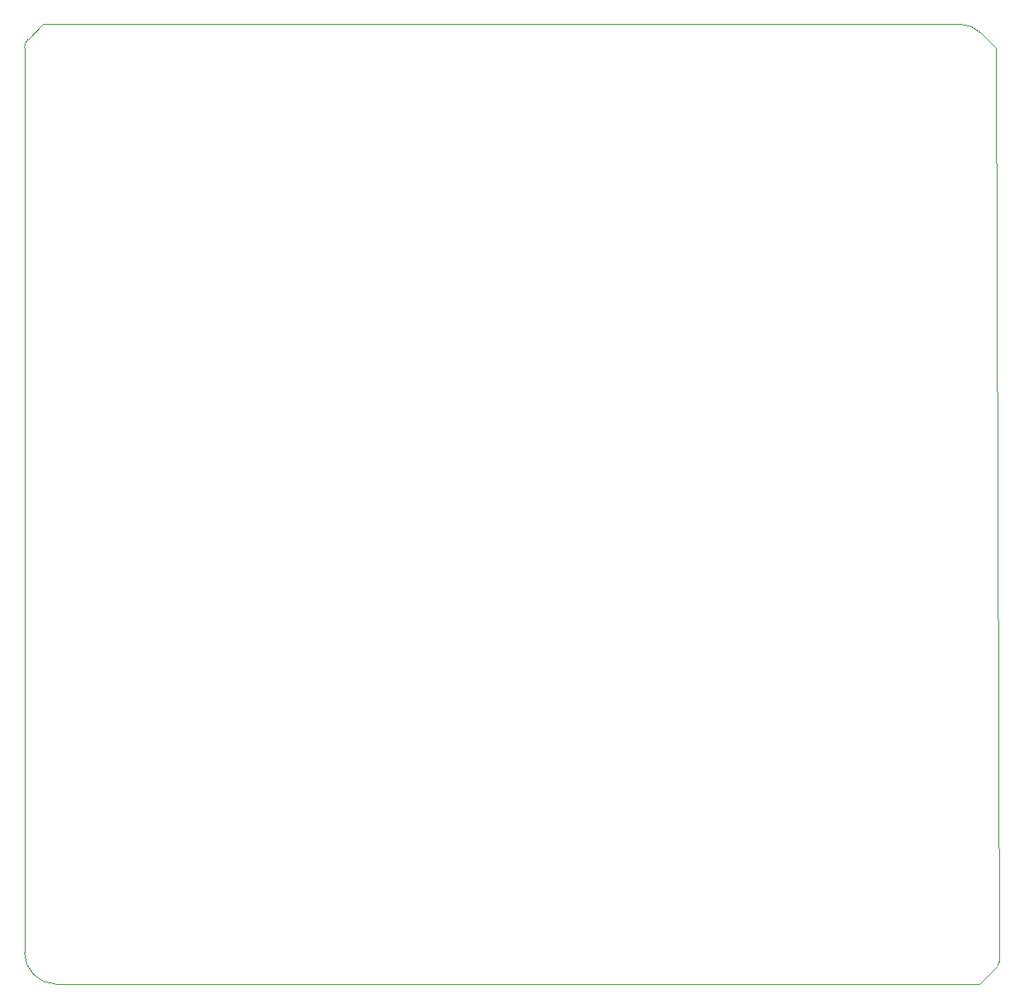
<source format=gbr>
%TF.GenerationSoftware,Altium Limited,Altium Designer,24.1.2 (44)*%
G04 Layer_Color=0*
%FSLAX45Y45*%
%MOMM*%
%TF.SameCoordinates,E01E6690-4C2E-4FB1-AE08-5A5A66155338*%
%TF.FilePolarity,Positive*%
%TF.FileFunction,Profile,NP*%
%TF.Part,Single*%
G01*
G75*
%TA.AperFunction,Profile*%
%ADD86C,0.02540*%
D86*
X4839602Y2970898D02*
G02*
X4749800Y3187700I216802J216802D01*
G01*
Y12471400D01*
D02*
G02*
X4785721Y12558121I122642J0D01*
G01*
X4940300Y12712700D01*
X14338300D01*
D02*
G02*
X14555103Y12622898I0J-306605D01*
G01*
X14706599Y12471400D01*
X14744701Y3096247D01*
D02*
G02*
X14728545Y3057245I-55158J0D01*
G01*
X14541499Y2870200D01*
X5067300D01*
D02*
G02*
X4850498Y2960002I0J306605D01*
G01*
X4839602Y2970898D01*
%TF.MD5,c6bc270d2d37423216409d239cd568f3*%
M02*

</source>
